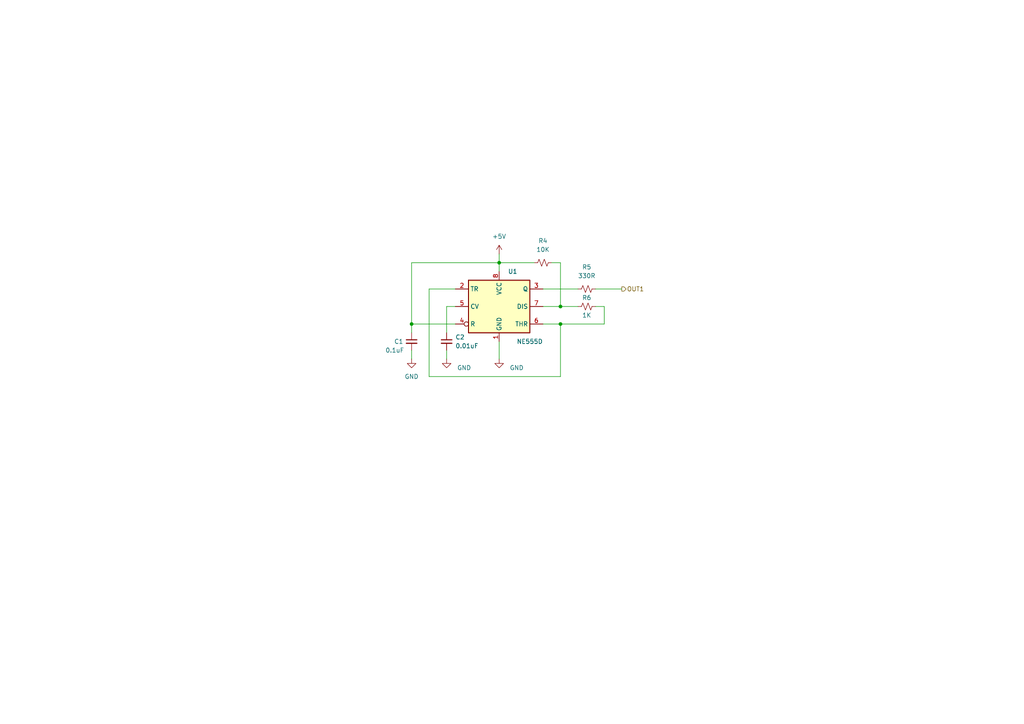
<source format=kicad_sch>
(kicad_sch
	(version 20231120)
	(generator "eeschema")
	(generator_version "8.0")
	(uuid "4facf259-f278-482d-bd22-8f3748518f14")
	(paper "A4")
	(title_block
		(title "AstableF1")
		(date "2024-10-23")
		(rev "1.0")
		(company "ArVi")
		(comment 1 "Designed by")
	)
	(lib_symbols
		(symbol "Device:C_Small"
			(pin_numbers hide)
			(pin_names
				(offset 0.254) hide)
			(exclude_from_sim no)
			(in_bom yes)
			(on_board yes)
			(property "Reference" "C"
				(at 0.254 1.778 0)
				(effects
					(font
						(size 1.27 1.27)
					)
					(justify left)
				)
			)
			(property "Value" "C_Small"
				(at 0.254 -2.032 0)
				(effects
					(font
						(size 1.27 1.27)
					)
					(justify left)
				)
			)
			(property "Footprint" ""
				(at 0 0 0)
				(effects
					(font
						(size 1.27 1.27)
					)
					(hide yes)
				)
			)
			(property "Datasheet" "~"
				(at 0 0 0)
				(effects
					(font
						(size 1.27 1.27)
					)
					(hide yes)
				)
			)
			(property "Description" "Unpolarized capacitor, small symbol"
				(at 0 0 0)
				(effects
					(font
						(size 1.27 1.27)
					)
					(hide yes)
				)
			)
			(property "ki_keywords" "capacitor cap"
				(at 0 0 0)
				(effects
					(font
						(size 1.27 1.27)
					)
					(hide yes)
				)
			)
			(property "ki_fp_filters" "C_*"
				(at 0 0 0)
				(effects
					(font
						(size 1.27 1.27)
					)
					(hide yes)
				)
			)
			(symbol "C_Small_0_1"
				(polyline
					(pts
						(xy -1.524 -0.508) (xy 1.524 -0.508)
					)
					(stroke
						(width 0.3302)
						(type default)
					)
					(fill
						(type none)
					)
				)
				(polyline
					(pts
						(xy -1.524 0.508) (xy 1.524 0.508)
					)
					(stroke
						(width 0.3048)
						(type default)
					)
					(fill
						(type none)
					)
				)
			)
			(symbol "C_Small_1_1"
				(pin passive line
					(at 0 2.54 270)
					(length 2.032)
					(name "~"
						(effects
							(font
								(size 1.27 1.27)
							)
						)
					)
					(number "1"
						(effects
							(font
								(size 1.27 1.27)
							)
						)
					)
				)
				(pin passive line
					(at 0 -2.54 90)
					(length 2.032)
					(name "~"
						(effects
							(font
								(size 1.27 1.27)
							)
						)
					)
					(number "2"
						(effects
							(font
								(size 1.27 1.27)
							)
						)
					)
				)
			)
		)
		(symbol "Device:R_Small_US"
			(pin_numbers hide)
			(pin_names
				(offset 0.254) hide)
			(exclude_from_sim no)
			(in_bom yes)
			(on_board yes)
			(property "Reference" "R"
				(at 0.762 0.508 0)
				(effects
					(font
						(size 1.27 1.27)
					)
					(justify left)
				)
			)
			(property "Value" "R_Small_US"
				(at 0.762 -1.016 0)
				(effects
					(font
						(size 1.27 1.27)
					)
					(justify left)
				)
			)
			(property "Footprint" ""
				(at 0 0 0)
				(effects
					(font
						(size 1.27 1.27)
					)
					(hide yes)
				)
			)
			(property "Datasheet" "~"
				(at 0 0 0)
				(effects
					(font
						(size 1.27 1.27)
					)
					(hide yes)
				)
			)
			(property "Description" "Resistor, small US symbol"
				(at 0 0 0)
				(effects
					(font
						(size 1.27 1.27)
					)
					(hide yes)
				)
			)
			(property "ki_keywords" "r resistor"
				(at 0 0 0)
				(effects
					(font
						(size 1.27 1.27)
					)
					(hide yes)
				)
			)
			(property "ki_fp_filters" "R_*"
				(at 0 0 0)
				(effects
					(font
						(size 1.27 1.27)
					)
					(hide yes)
				)
			)
			(symbol "R_Small_US_1_1"
				(polyline
					(pts
						(xy 0 0) (xy 1.016 -0.381) (xy 0 -0.762) (xy -1.016 -1.143) (xy 0 -1.524)
					)
					(stroke
						(width 0)
						(type default)
					)
					(fill
						(type none)
					)
				)
				(polyline
					(pts
						(xy 0 1.524) (xy 1.016 1.143) (xy 0 0.762) (xy -1.016 0.381) (xy 0 0)
					)
					(stroke
						(width 0)
						(type default)
					)
					(fill
						(type none)
					)
				)
				(pin passive line
					(at 0 2.54 270)
					(length 1.016)
					(name "~"
						(effects
							(font
								(size 1.27 1.27)
							)
						)
					)
					(number "1"
						(effects
							(font
								(size 1.27 1.27)
							)
						)
					)
				)
				(pin passive line
					(at 0 -2.54 90)
					(length 1.016)
					(name "~"
						(effects
							(font
								(size 1.27 1.27)
							)
						)
					)
					(number "2"
						(effects
							(font
								(size 1.27 1.27)
							)
						)
					)
				)
			)
		)
		(symbol "Timer:NE555D"
			(exclude_from_sim no)
			(in_bom yes)
			(on_board yes)
			(property "Reference" "U"
				(at -10.16 8.89 0)
				(effects
					(font
						(size 1.27 1.27)
					)
					(justify left)
				)
			)
			(property "Value" "NE555D"
				(at 2.54 8.89 0)
				(effects
					(font
						(size 1.27 1.27)
					)
					(justify left)
				)
			)
			(property "Footprint" "Package_SO:SOIC-8_3.9x4.9mm_P1.27mm"
				(at 21.59 -10.16 0)
				(effects
					(font
						(size 1.27 1.27)
					)
					(hide yes)
				)
			)
			(property "Datasheet" "http://www.ti.com/lit/ds/symlink/ne555.pdf"
				(at 21.59 -10.16 0)
				(effects
					(font
						(size 1.27 1.27)
					)
					(hide yes)
				)
			)
			(property "Description" "Precision Timers, 555 compatible, SOIC-8"
				(at 0 0 0)
				(effects
					(font
						(size 1.27 1.27)
					)
					(hide yes)
				)
			)
			(property "ki_keywords" "single timer 555"
				(at 0 0 0)
				(effects
					(font
						(size 1.27 1.27)
					)
					(hide yes)
				)
			)
			(property "ki_fp_filters" "SOIC*3.9x4.9mm*P1.27mm*"
				(at 0 0 0)
				(effects
					(font
						(size 1.27 1.27)
					)
					(hide yes)
				)
			)
			(symbol "NE555D_0_0"
				(pin power_in line
					(at 0 -10.16 90)
					(length 2.54)
					(name "GND"
						(effects
							(font
								(size 1.27 1.27)
							)
						)
					)
					(number "1"
						(effects
							(font
								(size 1.27 1.27)
							)
						)
					)
				)
				(pin power_in line
					(at 0 10.16 270)
					(length 2.54)
					(name "VCC"
						(effects
							(font
								(size 1.27 1.27)
							)
						)
					)
					(number "8"
						(effects
							(font
								(size 1.27 1.27)
							)
						)
					)
				)
			)
			(symbol "NE555D_0_1"
				(rectangle
					(start -8.89 -7.62)
					(end 8.89 7.62)
					(stroke
						(width 0.254)
						(type default)
					)
					(fill
						(type background)
					)
				)
				(rectangle
					(start -8.89 -7.62)
					(end 8.89 7.62)
					(stroke
						(width 0.254)
						(type default)
					)
					(fill
						(type background)
					)
				)
			)
			(symbol "NE555D_1_1"
				(pin input line
					(at -12.7 5.08 0)
					(length 3.81)
					(name "TR"
						(effects
							(font
								(size 1.27 1.27)
							)
						)
					)
					(number "2"
						(effects
							(font
								(size 1.27 1.27)
							)
						)
					)
				)
				(pin output line
					(at 12.7 5.08 180)
					(length 3.81)
					(name "Q"
						(effects
							(font
								(size 1.27 1.27)
							)
						)
					)
					(number "3"
						(effects
							(font
								(size 1.27 1.27)
							)
						)
					)
				)
				(pin input inverted
					(at -12.7 -5.08 0)
					(length 3.81)
					(name "R"
						(effects
							(font
								(size 1.27 1.27)
							)
						)
					)
					(number "4"
						(effects
							(font
								(size 1.27 1.27)
							)
						)
					)
				)
				(pin input line
					(at -12.7 0 0)
					(length 3.81)
					(name "CV"
						(effects
							(font
								(size 1.27 1.27)
							)
						)
					)
					(number "5"
						(effects
							(font
								(size 1.27 1.27)
							)
						)
					)
				)
				(pin input line
					(at 12.7 -5.08 180)
					(length 3.81)
					(name "THR"
						(effects
							(font
								(size 1.27 1.27)
							)
						)
					)
					(number "6"
						(effects
							(font
								(size 1.27 1.27)
							)
						)
					)
				)
				(pin input line
					(at 12.7 0 180)
					(length 3.81)
					(name "DIS"
						(effects
							(font
								(size 1.27 1.27)
							)
						)
					)
					(number "7"
						(effects
							(font
								(size 1.27 1.27)
							)
						)
					)
				)
			)
		)
		(symbol "power:+5V"
			(power)
			(pin_numbers hide)
			(pin_names
				(offset 0) hide)
			(exclude_from_sim no)
			(in_bom yes)
			(on_board yes)
			(property "Reference" "#PWR"
				(at 0 -3.81 0)
				(effects
					(font
						(size 1.27 1.27)
					)
					(hide yes)
				)
			)
			(property "Value" "+5V"
				(at 0 3.556 0)
				(effects
					(font
						(size 1.27 1.27)
					)
				)
			)
			(property "Footprint" ""
				(at 0 0 0)
				(effects
					(font
						(size 1.27 1.27)
					)
					(hide yes)
				)
			)
			(property "Datasheet" ""
				(at 0 0 0)
				(effects
					(font
						(size 1.27 1.27)
					)
					(hide yes)
				)
			)
			(property "Description" "Power symbol creates a global label with name \"+5V\""
				(at 0 0 0)
				(effects
					(font
						(size 1.27 1.27)
					)
					(hide yes)
				)
			)
			(property "ki_keywords" "global power"
				(at 0 0 0)
				(effects
					(font
						(size 1.27 1.27)
					)
					(hide yes)
				)
			)
			(symbol "+5V_0_1"
				(polyline
					(pts
						(xy -0.762 1.27) (xy 0 2.54)
					)
					(stroke
						(width 0)
						(type default)
					)
					(fill
						(type none)
					)
				)
				(polyline
					(pts
						(xy 0 0) (xy 0 2.54)
					)
					(stroke
						(width 0)
						(type default)
					)
					(fill
						(type none)
					)
				)
				(polyline
					(pts
						(xy 0 2.54) (xy 0.762 1.27)
					)
					(stroke
						(width 0)
						(type default)
					)
					(fill
						(type none)
					)
				)
			)
			(symbol "+5V_1_1"
				(pin power_in line
					(at 0 0 90)
					(length 0)
					(name "~"
						(effects
							(font
								(size 1.27 1.27)
							)
						)
					)
					(number "1"
						(effects
							(font
								(size 1.27 1.27)
							)
						)
					)
				)
			)
		)
		(symbol "power:GND"
			(power)
			(pin_numbers hide)
			(pin_names
				(offset 0) hide)
			(exclude_from_sim no)
			(in_bom yes)
			(on_board yes)
			(property "Reference" "#PWR"
				(at 0 -6.35 0)
				(effects
					(font
						(size 1.27 1.27)
					)
					(hide yes)
				)
			)
			(property "Value" "GND"
				(at 0 -3.81 0)
				(effects
					(font
						(size 1.27 1.27)
					)
				)
			)
			(property "Footprint" ""
				(at 0 0 0)
				(effects
					(font
						(size 1.27 1.27)
					)
					(hide yes)
				)
			)
			(property "Datasheet" ""
				(at 0 0 0)
				(effects
					(font
						(size 1.27 1.27)
					)
					(hide yes)
				)
			)
			(property "Description" "Power symbol creates a global label with name \"GND\" , ground"
				(at 0 0 0)
				(effects
					(font
						(size 1.27 1.27)
					)
					(hide yes)
				)
			)
			(property "ki_keywords" "global power"
				(at 0 0 0)
				(effects
					(font
						(size 1.27 1.27)
					)
					(hide yes)
				)
			)
			(symbol "GND_0_1"
				(polyline
					(pts
						(xy 0 0) (xy 0 -1.27) (xy 1.27 -1.27) (xy 0 -2.54) (xy -1.27 -1.27) (xy 0 -1.27)
					)
					(stroke
						(width 0)
						(type default)
					)
					(fill
						(type none)
					)
				)
			)
			(symbol "GND_1_1"
				(pin power_in line
					(at 0 0 270)
					(length 0)
					(name "~"
						(effects
							(font
								(size 1.27 1.27)
							)
						)
					)
					(number "1"
						(effects
							(font
								(size 1.27 1.27)
							)
						)
					)
				)
			)
		)
	)
	(junction
		(at 162.56 93.98)
		(diameter 0)
		(color 0 0 0 0)
		(uuid "856951f8-af25-469c-9681-532b66dcfb45")
	)
	(junction
		(at 162.56 88.9)
		(diameter 0)
		(color 0 0 0 0)
		(uuid "9a927e7c-52e7-4d7c-ac03-517ba95d1137")
	)
	(junction
		(at 144.78 76.2)
		(diameter 0)
		(color 0 0 0 0)
		(uuid "b313041b-2f2c-4548-b2b1-a0e60f503446")
	)
	(junction
		(at 119.38 93.98)
		(diameter 0)
		(color 0 0 0 0)
		(uuid "ee58c478-fd88-42f4-b702-9217b80bb2f4")
	)
	(wire
		(pts
			(xy 162.56 88.9) (xy 162.56 76.2)
		)
		(stroke
			(width 0)
			(type default)
		)
		(uuid "06e3c55a-7096-40bd-8bd7-7d15aa524f2a")
	)
	(wire
		(pts
			(xy 172.72 83.82) (xy 180.34 83.82)
		)
		(stroke
			(width 0)
			(type default)
		)
		(uuid "0d42c4f0-9c4f-4763-bf1c-70a6335da9b2")
	)
	(wire
		(pts
			(xy 162.56 109.22) (xy 124.46 109.22)
		)
		(stroke
			(width 0)
			(type default)
		)
		(uuid "0d9c9179-fd1d-4fd4-9678-7533093a8c5d")
	)
	(wire
		(pts
			(xy 144.78 99.06) (xy 144.78 104.14)
		)
		(stroke
			(width 0)
			(type default)
		)
		(uuid "13abb5ca-eb19-4d0a-b456-9d9384880a5b")
	)
	(wire
		(pts
			(xy 162.56 93.98) (xy 175.26 93.98)
		)
		(stroke
			(width 0)
			(type default)
		)
		(uuid "145d3a63-4717-41d6-b7c8-6ee8baeff2e8")
	)
	(wire
		(pts
			(xy 144.78 73.66) (xy 144.78 76.2)
		)
		(stroke
			(width 0)
			(type default)
		)
		(uuid "176342fe-a8f0-49b3-92f3-ff39883d1c30")
	)
	(wire
		(pts
			(xy 162.56 88.9) (xy 167.64 88.9)
		)
		(stroke
			(width 0)
			(type default)
		)
		(uuid "17fa484c-ceda-488d-8724-203522834f4d")
	)
	(wire
		(pts
			(xy 157.48 88.9) (xy 162.56 88.9)
		)
		(stroke
			(width 0)
			(type default)
		)
		(uuid "3432c706-3732-4a70-8494-bf8c2023b4d6")
	)
	(wire
		(pts
			(xy 144.78 76.2) (xy 154.94 76.2)
		)
		(stroke
			(width 0)
			(type default)
		)
		(uuid "3d737680-c224-4de1-a7c2-0e502ab0acaf")
	)
	(wire
		(pts
			(xy 162.56 93.98) (xy 162.56 109.22)
		)
		(stroke
			(width 0)
			(type default)
		)
		(uuid "3e59d6d0-f2ad-4599-871d-cdb0e4dabb78")
	)
	(wire
		(pts
			(xy 157.48 83.82) (xy 167.64 83.82)
		)
		(stroke
			(width 0)
			(type default)
		)
		(uuid "4a7cdca4-d9bf-4557-adcd-470fd601531b")
	)
	(wire
		(pts
			(xy 119.38 93.98) (xy 119.38 96.52)
		)
		(stroke
			(width 0)
			(type default)
		)
		(uuid "4ffaeb24-e4f1-4fc0-8813-2816683dba2d")
	)
	(wire
		(pts
			(xy 119.38 93.98) (xy 119.38 76.2)
		)
		(stroke
			(width 0)
			(type default)
		)
		(uuid "632adc52-f8bf-4c5e-89b3-c96ae145f4d6")
	)
	(wire
		(pts
			(xy 119.38 76.2) (xy 144.78 76.2)
		)
		(stroke
			(width 0)
			(type default)
		)
		(uuid "7b28a4ac-ebaf-4881-98d4-92e82f5d942f")
	)
	(wire
		(pts
			(xy 129.54 101.6) (xy 129.54 104.14)
		)
		(stroke
			(width 0)
			(type default)
		)
		(uuid "7b5f6fb3-a975-435a-a849-6af0bf88a58a")
	)
	(wire
		(pts
			(xy 160.02 76.2) (xy 162.56 76.2)
		)
		(stroke
			(width 0)
			(type default)
		)
		(uuid "83f2a1b4-6463-40b2-a301-4615db3291b4")
	)
	(wire
		(pts
			(xy 124.46 83.82) (xy 132.08 83.82)
		)
		(stroke
			(width 0)
			(type default)
		)
		(uuid "8f608b30-20b9-4ccf-ab3b-67a2adb94a39")
	)
	(wire
		(pts
			(xy 119.38 101.6) (xy 119.38 104.14)
		)
		(stroke
			(width 0)
			(type default)
		)
		(uuid "9906ab0b-05ea-468e-af84-ddec6529ab51")
	)
	(wire
		(pts
			(xy 144.78 76.2) (xy 144.78 78.74)
		)
		(stroke
			(width 0)
			(type default)
		)
		(uuid "a1a2933d-5605-4a88-90d6-8e1d2666cf99")
	)
	(wire
		(pts
			(xy 124.46 109.22) (xy 124.46 83.82)
		)
		(stroke
			(width 0)
			(type default)
		)
		(uuid "a7946f13-0e60-441f-ab92-628a2b00071d")
	)
	(wire
		(pts
			(xy 129.54 88.9) (xy 132.08 88.9)
		)
		(stroke
			(width 0)
			(type default)
		)
		(uuid "a822fcfd-aa39-43c4-9cf3-873035c7fa68")
	)
	(wire
		(pts
			(xy 157.48 93.98) (xy 162.56 93.98)
		)
		(stroke
			(width 0)
			(type default)
		)
		(uuid "aa0a635b-b193-42f2-a275-259f4a5e1e80")
	)
	(wire
		(pts
			(xy 175.26 88.9) (xy 175.26 93.98)
		)
		(stroke
			(width 0)
			(type default)
		)
		(uuid "be5e5b37-72ca-49ef-98bd-516a43a2e3dd")
	)
	(wire
		(pts
			(xy 172.72 88.9) (xy 175.26 88.9)
		)
		(stroke
			(width 0)
			(type default)
		)
		(uuid "c128bb53-f35d-49f1-9640-6d81ee49ba6c")
	)
	(wire
		(pts
			(xy 129.54 96.52) (xy 129.54 88.9)
		)
		(stroke
			(width 0)
			(type default)
		)
		(uuid "cec3fc40-21eb-4bd0-a0c9-83916d00b732")
	)
	(wire
		(pts
			(xy 132.08 93.98) (xy 119.38 93.98)
		)
		(stroke
			(width 0)
			(type default)
		)
		(uuid "f3022131-c693-4667-a488-91be76ee256b")
	)
	(hierarchical_label "OUT1"
		(shape output)
		(at 180.34 83.82 0)
		(fields_autoplaced yes)
		(effects
			(font
				(size 1.27 1.27)
			)
			(justify left)
		)
		(uuid "6aad10b7-9940-47f8-93c6-fc480a78a586")
	)
	(symbol
		(lib_id "power:GND")
		(at 129.54 104.14 0)
		(unit 1)
		(exclude_from_sim no)
		(in_bom yes)
		(on_board yes)
		(dnp no)
		(uuid "03a2e133-e1e5-4406-83e1-b31cf8cb88e1")
		(property "Reference" "#PWR06"
			(at 129.54 110.49 0)
			(effects
				(font
					(size 1.27 1.27)
				)
				(hide yes)
			)
		)
		(property "Value" "GND"
			(at 134.62 106.68 0)
			(effects
				(font
					(size 1.27 1.27)
				)
			)
		)
		(property "Footprint" ""
			(at 129.54 104.14 0)
			(effects
				(font
					(size 1.27 1.27)
				)
				(hide yes)
			)
		)
		(property "Datasheet" ""
			(at 129.54 104.14 0)
			(effects
				(font
					(size 1.27 1.27)
				)
				(hide yes)
			)
		)
		(property "Description" "Power symbol creates a global label with name \"GND\" , ground"
			(at 129.54 104.14 0)
			(effects
				(font
					(size 1.27 1.27)
				)
				(hide yes)
			)
		)
		(pin "1"
			(uuid "5efff329-320a-4bc3-ac9c-a46054a173a2")
		)
		(instances
			(project "hirerchy_test"
				(path "/217f3fc2-5bbf-4da7-910e-b73d6b0262c8/8eebf637-04a4-4cb6-b4f4-ad8613e8c294"
					(reference "#PWR06")
					(unit 1)
				)
			)
		)
	)
	(symbol
		(lib_id "power:+5V")
		(at 144.78 73.66 0)
		(unit 1)
		(exclude_from_sim no)
		(in_bom yes)
		(on_board yes)
		(dnp no)
		(fields_autoplaced yes)
		(uuid "31aae58d-e553-49f5-bfdd-700f682e6bc3")
		(property "Reference" "#PWR04"
			(at 144.78 77.47 0)
			(effects
				(font
					(size 1.27 1.27)
				)
				(hide yes)
			)
		)
		(property "Value" "+5V"
			(at 144.78 68.58 0)
			(effects
				(font
					(size 1.27 1.27)
				)
			)
		)
		(property "Footprint" ""
			(at 144.78 73.66 0)
			(effects
				(font
					(size 1.27 1.27)
				)
				(hide yes)
			)
		)
		(property "Datasheet" ""
			(at 144.78 73.66 0)
			(effects
				(font
					(size 1.27 1.27)
				)
				(hide yes)
			)
		)
		(property "Description" "Power symbol creates a global label with name \"+5V\""
			(at 144.78 73.66 0)
			(effects
				(font
					(size 1.27 1.27)
				)
				(hide yes)
			)
		)
		(pin "1"
			(uuid "a89f67b1-ccc4-4859-b9b2-0d8df0994805")
		)
		(instances
			(project "hirerchy_test"
				(path "/217f3fc2-5bbf-4da7-910e-b73d6b0262c8/8eebf637-04a4-4cb6-b4f4-ad8613e8c294"
					(reference "#PWR04")
					(unit 1)
				)
			)
		)
	)
	(symbol
		(lib_id "Device:R_Small_US")
		(at 170.18 88.9 90)
		(unit 1)
		(exclude_from_sim no)
		(in_bom yes)
		(on_board yes)
		(dnp no)
		(uuid "3e6b2666-a17f-4db0-8ddf-4a37b8ff79b1")
		(property "Reference" "R6"
			(at 170.18 86.36 90)
			(effects
				(font
					(size 1.27 1.27)
				)
			)
		)
		(property "Value" "1K"
			(at 170.18 91.44 90)
			(effects
				(font
					(size 1.27 1.27)
				)
			)
		)
		(property "Footprint" "Resistor_SMD:R_0805_2012Metric"
			(at 170.18 88.9 0)
			(effects
				(font
					(size 1.27 1.27)
				)
				(hide yes)
			)
		)
		(property "Datasheet" "~"
			(at 170.18 88.9 0)
			(effects
				(font
					(size 1.27 1.27)
				)
				(hide yes)
			)
		)
		(property "Description" "Resistor, small US symbol"
			(at 170.18 88.9 0)
			(effects
				(font
					(size 1.27 1.27)
				)
				(hide yes)
			)
		)
		(pin "1"
			(uuid "83ebcf1a-549d-4830-a78a-72277d1fe78a")
		)
		(pin "2"
			(uuid "9696362a-d23e-4b71-9fea-ac96704ce910")
		)
		(instances
			(project "hirerchy_test"
				(path "/217f3fc2-5bbf-4da7-910e-b73d6b0262c8/8eebf637-04a4-4cb6-b4f4-ad8613e8c294"
					(reference "R6")
					(unit 1)
				)
			)
		)
	)
	(symbol
		(lib_id "Timer:NE555D")
		(at 144.78 88.9 0)
		(unit 1)
		(exclude_from_sim no)
		(in_bom yes)
		(on_board yes)
		(dnp no)
		(uuid "44c45687-4b0f-4c8b-9fff-c8343d6a44f8")
		(property "Reference" "U1"
			(at 147.32 78.74 0)
			(effects
				(font
					(size 1.27 1.27)
				)
				(justify left)
			)
		)
		(property "Value" "NE555D"
			(at 149.86 99.06 0)
			(effects
				(font
					(size 1.27 1.27)
				)
				(justify left)
			)
		)
		(property "Footprint" "Package_SO:SOIC-8_3.9x4.9mm_P1.27mm"
			(at 166.37 99.06 0)
			(effects
				(font
					(size 1.27 1.27)
				)
				(hide yes)
			)
		)
		(property "Datasheet" "http://www.ti.com/lit/ds/symlink/ne555.pdf"
			(at 166.37 99.06 0)
			(effects
				(font
					(size 1.27 1.27)
				)
				(hide yes)
			)
		)
		(property "Description" "Precision Timers, 555 compatible, SOIC-8"
			(at 144.78 88.9 0)
			(effects
				(font
					(size 1.27 1.27)
				)
				(hide yes)
			)
		)
		(pin "7"
			(uuid "4a4901c4-1b70-4d62-a8c6-4aed66136cfa")
		)
		(pin "1"
			(uuid "e0fc8954-1d1d-4a6a-956b-f416c0494ab4")
		)
		(pin "6"
			(uuid "fb216c72-9ab7-4b90-a2ca-8077462745d8")
		)
		(pin "3"
			(uuid "907184ea-dd5f-44f0-9366-f4dcae85d0a9")
		)
		(pin "8"
			(uuid "3001c34c-9aca-48f4-b192-b17c09aba951")
		)
		(pin "2"
			(uuid "291bf9d0-0ca6-4b64-a5e9-874fe921fc72")
		)
		(pin "5"
			(uuid "dfefe973-5231-425d-a60b-ae9a1778af7f")
		)
		(pin "4"
			(uuid "f0533ec8-9bf1-4861-90ea-c626f928fcb6")
		)
		(instances
			(project "hirerchy_test"
				(path "/217f3fc2-5bbf-4da7-910e-b73d6b0262c8/8eebf637-04a4-4cb6-b4f4-ad8613e8c294"
					(reference "U1")
					(unit 1)
				)
			)
		)
	)
	(symbol
		(lib_id "Device:C_Small")
		(at 119.38 99.06 0)
		(unit 1)
		(exclude_from_sim no)
		(in_bom yes)
		(on_board yes)
		(dnp no)
		(uuid "7d58b25a-fa80-4d3e-bffa-35e9e63aaf0f")
		(property "Reference" "C1"
			(at 114.3 99.06 0)
			(effects
				(font
					(size 1.27 1.27)
				)
				(justify left)
			)
		)
		(property "Value" "0.1uF"
			(at 111.76 101.6 0)
			(effects
				(font
					(size 1.27 1.27)
				)
				(justify left)
			)
		)
		(property "Footprint" "Capacitor_SMD:C_0805_2012Metric"
			(at 119.38 99.06 0)
			(effects
				(font
					(size 1.27 1.27)
				)
				(hide yes)
			)
		)
		(property "Datasheet" "~"
			(at 119.38 99.06 0)
			(effects
				(font
					(size 1.27 1.27)
				)
				(hide yes)
			)
		)
		(property "Description" "Unpolarized capacitor, small symbol"
			(at 119.38 99.06 0)
			(effects
				(font
					(size 1.27 1.27)
				)
				(hide yes)
			)
		)
		(pin "1"
			(uuid "f4f554a1-5ad4-45f5-b495-76121c1ba0b7")
		)
		(pin "2"
			(uuid "deeda7f1-ca2f-4783-b40a-e19f96d32d0b")
		)
		(instances
			(project "hirerchy_test"
				(path "/217f3fc2-5bbf-4da7-910e-b73d6b0262c8/8eebf637-04a4-4cb6-b4f4-ad8613e8c294"
					(reference "C1")
					(unit 1)
				)
			)
		)
	)
	(symbol
		(lib_id "power:GND")
		(at 119.38 104.14 0)
		(unit 1)
		(exclude_from_sim no)
		(in_bom yes)
		(on_board yes)
		(dnp no)
		(uuid "83c77652-e8fe-4b83-8153-9a39983781e6")
		(property "Reference" "#PWR05"
			(at 119.38 110.49 0)
			(effects
				(font
					(size 1.27 1.27)
				)
				(hide yes)
			)
		)
		(property "Value" "GND"
			(at 119.38 109.22 0)
			(effects
				(font
					(size 1.27 1.27)
				)
			)
		)
		(property "Footprint" ""
			(at 119.38 104.14 0)
			(effects
				(font
					(size 1.27 1.27)
				)
				(hide yes)
			)
		)
		(property "Datasheet" ""
			(at 119.38 104.14 0)
			(effects
				(font
					(size 1.27 1.27)
				)
				(hide yes)
			)
		)
		(property "Description" "Power symbol creates a global label with name \"GND\" , ground"
			(at 119.38 104.14 0)
			(effects
				(font
					(size 1.27 1.27)
				)
				(hide yes)
			)
		)
		(pin "1"
			(uuid "7e9b3c74-657e-4fc6-b97d-8723a2b33b04")
		)
		(instances
			(project "hirerchy_test"
				(path "/217f3fc2-5bbf-4da7-910e-b73d6b0262c8/8eebf637-04a4-4cb6-b4f4-ad8613e8c294"
					(reference "#PWR05")
					(unit 1)
				)
			)
		)
	)
	(symbol
		(lib_id "Device:R_Small_US")
		(at 157.48 76.2 90)
		(unit 1)
		(exclude_from_sim no)
		(in_bom yes)
		(on_board yes)
		(dnp no)
		(fields_autoplaced yes)
		(uuid "90225af9-40b5-4633-b5e9-edde6c9914a6")
		(property "Reference" "R4"
			(at 157.48 69.85 90)
			(effects
				(font
					(size 1.27 1.27)
				)
			)
		)
		(property "Value" "10K"
			(at 157.48 72.39 90)
			(effects
				(font
					(size 1.27 1.27)
				)
			)
		)
		(property "Footprint" "Resistor_SMD:R_0805_2012Metric"
			(at 157.48 76.2 0)
			(effects
				(font
					(size 1.27 1.27)
				)
				(hide yes)
			)
		)
		(property "Datasheet" "~"
			(at 157.48 76.2 0)
			(effects
				(font
					(size 1.27 1.27)
				)
				(hide yes)
			)
		)
		(property "Description" "Resistor, small US symbol"
			(at 157.48 76.2 0)
			(effects
				(font
					(size 1.27 1.27)
				)
				(hide yes)
			)
		)
		(pin "1"
			(uuid "510f1b71-72be-42cb-9d4f-317af59d0ef1")
		)
		(pin "2"
			(uuid "e7d174b7-2cd4-44ba-a9c1-9d985b36ba06")
		)
		(instances
			(project "hirerchy_test"
				(path "/217f3fc2-5bbf-4da7-910e-b73d6b0262c8/8eebf637-04a4-4cb6-b4f4-ad8613e8c294"
					(reference "R4")
					(unit 1)
				)
			)
		)
	)
	(symbol
		(lib_id "power:GND")
		(at 144.78 104.14 0)
		(unit 1)
		(exclude_from_sim no)
		(in_bom yes)
		(on_board yes)
		(dnp no)
		(uuid "aad84a9f-18c7-4f2f-9fce-8c26e15f6587")
		(property "Reference" "#PWR07"
			(at 144.78 110.49 0)
			(effects
				(font
					(size 1.27 1.27)
				)
				(hide yes)
			)
		)
		(property "Value" "GND"
			(at 149.86 106.68 0)
			(effects
				(font
					(size 1.27 1.27)
				)
			)
		)
		(property "Footprint" ""
			(at 144.78 104.14 0)
			(effects
				(font
					(size 1.27 1.27)
				)
				(hide yes)
			)
		)
		(property "Datasheet" ""
			(at 144.78 104.14 0)
			(effects
				(font
					(size 1.27 1.27)
				)
				(hide yes)
			)
		)
		(property "Description" "Power symbol creates a global label with name \"GND\" , ground"
			(at 144.78 104.14 0)
			(effects
				(font
					(size 1.27 1.27)
				)
				(hide yes)
			)
		)
		(pin "1"
			(uuid "15a18d2a-177e-4bae-b29f-1bee15a23c4e")
		)
		(instances
			(project "hirerchy_test"
				(path "/217f3fc2-5bbf-4da7-910e-b73d6b0262c8/8eebf637-04a4-4cb6-b4f4-ad8613e8c294"
					(reference "#PWR07")
					(unit 1)
				)
			)
		)
	)
	(symbol
		(lib_id "Device:C_Small")
		(at 129.54 99.06 0)
		(unit 1)
		(exclude_from_sim no)
		(in_bom yes)
		(on_board yes)
		(dnp no)
		(fields_autoplaced yes)
		(uuid "f61d13fc-47f7-4dd5-8c66-d116b18fe7f3")
		(property "Reference" "C2"
			(at 132.08 97.7962 0)
			(effects
				(font
					(size 1.27 1.27)
				)
				(justify left)
			)
		)
		(property "Value" "0.01uF"
			(at 132.08 100.3362 0)
			(effects
				(font
					(size 1.27 1.27)
				)
				(justify left)
			)
		)
		(property "Footprint" "Capacitor_SMD:C_0805_2012Metric"
			(at 129.54 99.06 0)
			(effects
				(font
					(size 1.27 1.27)
				)
				(hide yes)
			)
		)
		(property "Datasheet" "~"
			(at 129.54 99.06 0)
			(effects
				(font
					(size 1.27 1.27)
				)
				(hide yes)
			)
		)
		(property "Description" "Unpolarized capacitor, small symbol"
			(at 129.54 99.06 0)
			(effects
				(font
					(size 1.27 1.27)
				)
				(hide yes)
			)
		)
		(pin "1"
			(uuid "5226c023-cba6-4647-8d18-55de63fa8c2d")
		)
		(pin "2"
			(uuid "3a7edd64-4d1f-415c-b69e-ec8f28853cc0")
		)
		(instances
			(project "hirerchy_test"
				(path "/217f3fc2-5bbf-4da7-910e-b73d6b0262c8/8eebf637-04a4-4cb6-b4f4-ad8613e8c294"
					(reference "C2")
					(unit 1)
				)
			)
		)
	)
	(symbol
		(lib_id "Device:R_Small_US")
		(at 170.18 83.82 90)
		(unit 1)
		(exclude_from_sim no)
		(in_bom yes)
		(on_board yes)
		(dnp no)
		(fields_autoplaced yes)
		(uuid "f83255b5-392e-4578-b50e-f4fcf4841a1d")
		(property "Reference" "R5"
			(at 170.18 77.47 90)
			(effects
				(font
					(size 1.27 1.27)
				)
			)
		)
		(property "Value" "330R"
			(at 170.18 80.01 90)
			(effects
				(font
					(size 1.27 1.27)
				)
			)
		)
		(property "Footprint" "Resistor_SMD:R_0805_2012Metric"
			(at 170.18 83.82 0)
			(effects
				(font
					(size 1.27 1.27)
				)
				(hide yes)
			)
		)
		(property "Datasheet" "~"
			(at 170.18 83.82 0)
			(effects
				(font
					(size 1.27 1.27)
				)
				(hide yes)
			)
		)
		(property "Description" "Resistor, small US symbol"
			(at 170.18 83.82 0)
			(effects
				(font
					(size 1.27 1.27)
				)
				(hide yes)
			)
		)
		(pin "1"
			(uuid "4b3a2436-d40f-4c11-bf20-7e036d182a9a")
		)
		(pin "2"
			(uuid "72f9df22-11af-463e-ae3e-db66886c1e35")
		)
		(instances
			(project "hirerchy_test"
				(path "/217f3fc2-5bbf-4da7-910e-b73d6b0262c8/8eebf637-04a4-4cb6-b4f4-ad8613e8c294"
					(reference "R5")
					(unit 1)
				)
			)
		)
	)
)

</source>
